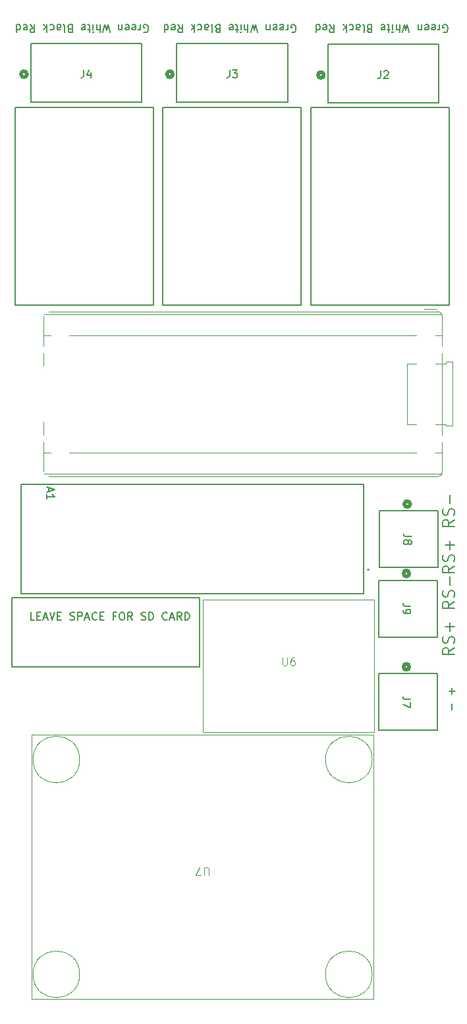
<source format=gbr>
%TF.GenerationSoftware,KiCad,Pcbnew,9.0.7-9.0.7~ubuntu24.04.1*%
%TF.CreationDate,2026-01-14T12:58:48+00:00*%
%TF.ProjectId,LIFT,4c494654-2e6b-4696-9361-645f70636258,rev?*%
%TF.SameCoordinates,Original*%
%TF.FileFunction,Legend,Top*%
%TF.FilePolarity,Positive*%
%FSLAX46Y46*%
G04 Gerber Fmt 4.6, Leading zero omitted, Abs format (unit mm)*
G04 Created by KiCad (PCBNEW 9.0.7-9.0.7~ubuntu24.04.1) date 2026-01-14 12:58:48*
%MOMM*%
%LPD*%
G01*
G04 APERTURE LIST*
%ADD10C,0.150000*%
%ADD11C,0.187500*%
%ADD12C,0.200000*%
%ADD13C,0.100000*%
%ADD14C,0.152400*%
%ADD15C,0.508000*%
%ADD16C,0.127000*%
%ADD17C,0.120000*%
G04 APERTURE END LIST*
D10*
X179889411Y-32582561D02*
X179984649Y-32630180D01*
X179984649Y-32630180D02*
X180127506Y-32630180D01*
X180127506Y-32630180D02*
X180270363Y-32582561D01*
X180270363Y-32582561D02*
X180365601Y-32487323D01*
X180365601Y-32487323D02*
X180413220Y-32392085D01*
X180413220Y-32392085D02*
X180460839Y-32201609D01*
X180460839Y-32201609D02*
X180460839Y-32058752D01*
X180460839Y-32058752D02*
X180413220Y-31868276D01*
X180413220Y-31868276D02*
X180365601Y-31773038D01*
X180365601Y-31773038D02*
X180270363Y-31677800D01*
X180270363Y-31677800D02*
X180127506Y-31630180D01*
X180127506Y-31630180D02*
X180032268Y-31630180D01*
X180032268Y-31630180D02*
X179889411Y-31677800D01*
X179889411Y-31677800D02*
X179841792Y-31725419D01*
X179841792Y-31725419D02*
X179841792Y-32058752D01*
X179841792Y-32058752D02*
X180032268Y-32058752D01*
X179413220Y-31630180D02*
X179413220Y-32296847D01*
X179413220Y-32106371D02*
X179365601Y-32201609D01*
X179365601Y-32201609D02*
X179317982Y-32249228D01*
X179317982Y-32249228D02*
X179222744Y-32296847D01*
X179222744Y-32296847D02*
X179127506Y-32296847D01*
X178413220Y-31677800D02*
X178508458Y-31630180D01*
X178508458Y-31630180D02*
X178698934Y-31630180D01*
X178698934Y-31630180D02*
X178794172Y-31677800D01*
X178794172Y-31677800D02*
X178841791Y-31773038D01*
X178841791Y-31773038D02*
X178841791Y-32153990D01*
X178841791Y-32153990D02*
X178794172Y-32249228D01*
X178794172Y-32249228D02*
X178698934Y-32296847D01*
X178698934Y-32296847D02*
X178508458Y-32296847D01*
X178508458Y-32296847D02*
X178413220Y-32249228D01*
X178413220Y-32249228D02*
X178365601Y-32153990D01*
X178365601Y-32153990D02*
X178365601Y-32058752D01*
X178365601Y-32058752D02*
X178841791Y-31963514D01*
X177556077Y-31677800D02*
X177651315Y-31630180D01*
X177651315Y-31630180D02*
X177841791Y-31630180D01*
X177841791Y-31630180D02*
X177937029Y-31677800D01*
X177937029Y-31677800D02*
X177984648Y-31773038D01*
X177984648Y-31773038D02*
X177984648Y-32153990D01*
X177984648Y-32153990D02*
X177937029Y-32249228D01*
X177937029Y-32249228D02*
X177841791Y-32296847D01*
X177841791Y-32296847D02*
X177651315Y-32296847D01*
X177651315Y-32296847D02*
X177556077Y-32249228D01*
X177556077Y-32249228D02*
X177508458Y-32153990D01*
X177508458Y-32153990D02*
X177508458Y-32058752D01*
X177508458Y-32058752D02*
X177984648Y-31963514D01*
X177079886Y-32296847D02*
X177079886Y-31630180D01*
X177079886Y-32201609D02*
X177032267Y-32249228D01*
X177032267Y-32249228D02*
X176937029Y-32296847D01*
X176937029Y-32296847D02*
X176794172Y-32296847D01*
X176794172Y-32296847D02*
X176698934Y-32249228D01*
X176698934Y-32249228D02*
X176651315Y-32153990D01*
X176651315Y-32153990D02*
X176651315Y-31630180D01*
X175508457Y-32630180D02*
X175270362Y-31630180D01*
X175270362Y-31630180D02*
X175079886Y-32344466D01*
X175079886Y-32344466D02*
X174889410Y-31630180D01*
X174889410Y-31630180D02*
X174651315Y-32630180D01*
X174270362Y-31630180D02*
X174270362Y-32630180D01*
X173841791Y-31630180D02*
X173841791Y-32153990D01*
X173841791Y-32153990D02*
X173889410Y-32249228D01*
X173889410Y-32249228D02*
X173984648Y-32296847D01*
X173984648Y-32296847D02*
X174127505Y-32296847D01*
X174127505Y-32296847D02*
X174222743Y-32249228D01*
X174222743Y-32249228D02*
X174270362Y-32201609D01*
X173365600Y-31630180D02*
X173365600Y-32296847D01*
X173365600Y-32630180D02*
X173413219Y-32582561D01*
X173413219Y-32582561D02*
X173365600Y-32534942D01*
X173365600Y-32534942D02*
X173317981Y-32582561D01*
X173317981Y-32582561D02*
X173365600Y-32630180D01*
X173365600Y-32630180D02*
X173365600Y-32534942D01*
X173032267Y-32296847D02*
X172651315Y-32296847D01*
X172889410Y-32630180D02*
X172889410Y-31773038D01*
X172889410Y-31773038D02*
X172841791Y-31677800D01*
X172841791Y-31677800D02*
X172746553Y-31630180D01*
X172746553Y-31630180D02*
X172651315Y-31630180D01*
X171937029Y-31677800D02*
X172032267Y-31630180D01*
X172032267Y-31630180D02*
X172222743Y-31630180D01*
X172222743Y-31630180D02*
X172317981Y-31677800D01*
X172317981Y-31677800D02*
X172365600Y-31773038D01*
X172365600Y-31773038D02*
X172365600Y-32153990D01*
X172365600Y-32153990D02*
X172317981Y-32249228D01*
X172317981Y-32249228D02*
X172222743Y-32296847D01*
X172222743Y-32296847D02*
X172032267Y-32296847D01*
X172032267Y-32296847D02*
X171937029Y-32249228D01*
X171937029Y-32249228D02*
X171889410Y-32153990D01*
X171889410Y-32153990D02*
X171889410Y-32058752D01*
X171889410Y-32058752D02*
X172365600Y-31963514D01*
X170365600Y-32153990D02*
X170222743Y-32106371D01*
X170222743Y-32106371D02*
X170175124Y-32058752D01*
X170175124Y-32058752D02*
X170127505Y-31963514D01*
X170127505Y-31963514D02*
X170127505Y-31820657D01*
X170127505Y-31820657D02*
X170175124Y-31725419D01*
X170175124Y-31725419D02*
X170222743Y-31677800D01*
X170222743Y-31677800D02*
X170317981Y-31630180D01*
X170317981Y-31630180D02*
X170698933Y-31630180D01*
X170698933Y-31630180D02*
X170698933Y-32630180D01*
X170698933Y-32630180D02*
X170365600Y-32630180D01*
X170365600Y-32630180D02*
X170270362Y-32582561D01*
X170270362Y-32582561D02*
X170222743Y-32534942D01*
X170222743Y-32534942D02*
X170175124Y-32439704D01*
X170175124Y-32439704D02*
X170175124Y-32344466D01*
X170175124Y-32344466D02*
X170222743Y-32249228D01*
X170222743Y-32249228D02*
X170270362Y-32201609D01*
X170270362Y-32201609D02*
X170365600Y-32153990D01*
X170365600Y-32153990D02*
X170698933Y-32153990D01*
X169556076Y-31630180D02*
X169651314Y-31677800D01*
X169651314Y-31677800D02*
X169698933Y-31773038D01*
X169698933Y-31773038D02*
X169698933Y-32630180D01*
X168746552Y-31630180D02*
X168746552Y-32153990D01*
X168746552Y-32153990D02*
X168794171Y-32249228D01*
X168794171Y-32249228D02*
X168889409Y-32296847D01*
X168889409Y-32296847D02*
X169079885Y-32296847D01*
X169079885Y-32296847D02*
X169175123Y-32249228D01*
X168746552Y-31677800D02*
X168841790Y-31630180D01*
X168841790Y-31630180D02*
X169079885Y-31630180D01*
X169079885Y-31630180D02*
X169175123Y-31677800D01*
X169175123Y-31677800D02*
X169222742Y-31773038D01*
X169222742Y-31773038D02*
X169222742Y-31868276D01*
X169222742Y-31868276D02*
X169175123Y-31963514D01*
X169175123Y-31963514D02*
X169079885Y-32011133D01*
X169079885Y-32011133D02*
X168841790Y-32011133D01*
X168841790Y-32011133D02*
X168746552Y-32058752D01*
X167841790Y-31677800D02*
X167937028Y-31630180D01*
X167937028Y-31630180D02*
X168127504Y-31630180D01*
X168127504Y-31630180D02*
X168222742Y-31677800D01*
X168222742Y-31677800D02*
X168270361Y-31725419D01*
X168270361Y-31725419D02*
X168317980Y-31820657D01*
X168317980Y-31820657D02*
X168317980Y-32106371D01*
X168317980Y-32106371D02*
X168270361Y-32201609D01*
X168270361Y-32201609D02*
X168222742Y-32249228D01*
X168222742Y-32249228D02*
X168127504Y-32296847D01*
X168127504Y-32296847D02*
X167937028Y-32296847D01*
X167937028Y-32296847D02*
X167841790Y-32249228D01*
X167413218Y-31630180D02*
X167413218Y-32630180D01*
X167317980Y-32011133D02*
X167032266Y-31630180D01*
X167032266Y-32296847D02*
X167413218Y-31915895D01*
X165270361Y-31630180D02*
X165603694Y-32106371D01*
X165841789Y-31630180D02*
X165841789Y-32630180D01*
X165841789Y-32630180D02*
X165460837Y-32630180D01*
X165460837Y-32630180D02*
X165365599Y-32582561D01*
X165365599Y-32582561D02*
X165317980Y-32534942D01*
X165317980Y-32534942D02*
X165270361Y-32439704D01*
X165270361Y-32439704D02*
X165270361Y-32296847D01*
X165270361Y-32296847D02*
X165317980Y-32201609D01*
X165317980Y-32201609D02*
X165365599Y-32153990D01*
X165365599Y-32153990D02*
X165460837Y-32106371D01*
X165460837Y-32106371D02*
X165841789Y-32106371D01*
X164460837Y-31677800D02*
X164556075Y-31630180D01*
X164556075Y-31630180D02*
X164746551Y-31630180D01*
X164746551Y-31630180D02*
X164841789Y-31677800D01*
X164841789Y-31677800D02*
X164889408Y-31773038D01*
X164889408Y-31773038D02*
X164889408Y-32153990D01*
X164889408Y-32153990D02*
X164841789Y-32249228D01*
X164841789Y-32249228D02*
X164746551Y-32296847D01*
X164746551Y-32296847D02*
X164556075Y-32296847D01*
X164556075Y-32296847D02*
X164460837Y-32249228D01*
X164460837Y-32249228D02*
X164413218Y-32153990D01*
X164413218Y-32153990D02*
X164413218Y-32058752D01*
X164413218Y-32058752D02*
X164889408Y-31963514D01*
X163556075Y-31630180D02*
X163556075Y-32630180D01*
X163556075Y-31677800D02*
X163651313Y-31630180D01*
X163651313Y-31630180D02*
X163841789Y-31630180D01*
X163841789Y-31630180D02*
X163937027Y-31677800D01*
X163937027Y-31677800D02*
X163984646Y-31725419D01*
X163984646Y-31725419D02*
X164032265Y-31820657D01*
X164032265Y-31820657D02*
X164032265Y-32106371D01*
X164032265Y-32106371D02*
X163984646Y-32201609D01*
X163984646Y-32201609D02*
X163937027Y-32249228D01*
X163937027Y-32249228D02*
X163841789Y-32296847D01*
X163841789Y-32296847D02*
X163651313Y-32296847D01*
X163651313Y-32296847D02*
X163556075Y-32249228D01*
D11*
X181306678Y-111662359D02*
X180592392Y-112162359D01*
X181306678Y-112519502D02*
X179806678Y-112519502D01*
X179806678Y-112519502D02*
X179806678Y-111948073D01*
X179806678Y-111948073D02*
X179878107Y-111805216D01*
X179878107Y-111805216D02*
X179949535Y-111733787D01*
X179949535Y-111733787D02*
X180092392Y-111662359D01*
X180092392Y-111662359D02*
X180306678Y-111662359D01*
X180306678Y-111662359D02*
X180449535Y-111733787D01*
X180449535Y-111733787D02*
X180520964Y-111805216D01*
X180520964Y-111805216D02*
X180592392Y-111948073D01*
X180592392Y-111948073D02*
X180592392Y-112519502D01*
X181235250Y-111090930D02*
X181306678Y-110876645D01*
X181306678Y-110876645D02*
X181306678Y-110519502D01*
X181306678Y-110519502D02*
X181235250Y-110376645D01*
X181235250Y-110376645D02*
X181163821Y-110305216D01*
X181163821Y-110305216D02*
X181020964Y-110233787D01*
X181020964Y-110233787D02*
X180878107Y-110233787D01*
X180878107Y-110233787D02*
X180735250Y-110305216D01*
X180735250Y-110305216D02*
X180663821Y-110376645D01*
X180663821Y-110376645D02*
X180592392Y-110519502D01*
X180592392Y-110519502D02*
X180520964Y-110805216D01*
X180520964Y-110805216D02*
X180449535Y-110948073D01*
X180449535Y-110948073D02*
X180378107Y-111019502D01*
X180378107Y-111019502D02*
X180235250Y-111090930D01*
X180235250Y-111090930D02*
X180092392Y-111090930D01*
X180092392Y-111090930D02*
X179949535Y-111019502D01*
X179949535Y-111019502D02*
X179878107Y-110948073D01*
X179878107Y-110948073D02*
X179806678Y-110805216D01*
X179806678Y-110805216D02*
X179806678Y-110448073D01*
X179806678Y-110448073D02*
X179878107Y-110233787D01*
X180735250Y-109590931D02*
X180735250Y-108448074D01*
X181306678Y-109019502D02*
X180163821Y-109019502D01*
X181306678Y-105733788D02*
X180592392Y-106233788D01*
X181306678Y-106590931D02*
X179806678Y-106590931D01*
X179806678Y-106590931D02*
X179806678Y-106019502D01*
X179806678Y-106019502D02*
X179878107Y-105876645D01*
X179878107Y-105876645D02*
X179949535Y-105805216D01*
X179949535Y-105805216D02*
X180092392Y-105733788D01*
X180092392Y-105733788D02*
X180306678Y-105733788D01*
X180306678Y-105733788D02*
X180449535Y-105805216D01*
X180449535Y-105805216D02*
X180520964Y-105876645D01*
X180520964Y-105876645D02*
X180592392Y-106019502D01*
X180592392Y-106019502D02*
X180592392Y-106590931D01*
X181235250Y-105162359D02*
X181306678Y-104948074D01*
X181306678Y-104948074D02*
X181306678Y-104590931D01*
X181306678Y-104590931D02*
X181235250Y-104448074D01*
X181235250Y-104448074D02*
X181163821Y-104376645D01*
X181163821Y-104376645D02*
X181020964Y-104305216D01*
X181020964Y-104305216D02*
X180878107Y-104305216D01*
X180878107Y-104305216D02*
X180735250Y-104376645D01*
X180735250Y-104376645D02*
X180663821Y-104448074D01*
X180663821Y-104448074D02*
X180592392Y-104590931D01*
X180592392Y-104590931D02*
X180520964Y-104876645D01*
X180520964Y-104876645D02*
X180449535Y-105019502D01*
X180449535Y-105019502D02*
X180378107Y-105090931D01*
X180378107Y-105090931D02*
X180235250Y-105162359D01*
X180235250Y-105162359D02*
X180092392Y-105162359D01*
X180092392Y-105162359D02*
X179949535Y-105090931D01*
X179949535Y-105090931D02*
X179878107Y-105019502D01*
X179878107Y-105019502D02*
X179806678Y-104876645D01*
X179806678Y-104876645D02*
X179806678Y-104519502D01*
X179806678Y-104519502D02*
X179878107Y-104305216D01*
X180735250Y-103662360D02*
X180735250Y-102519503D01*
D12*
X181013733Y-116869048D02*
X181013733Y-117630953D01*
X180632780Y-117250000D02*
X181394685Y-117250000D01*
X181013733Y-118869048D02*
X181013733Y-119630953D01*
X127345863Y-108117219D02*
X126869673Y-108117219D01*
X126869673Y-108117219D02*
X126869673Y-107117219D01*
X127679197Y-107593409D02*
X128012530Y-107593409D01*
X128155387Y-108117219D02*
X127679197Y-108117219D01*
X127679197Y-108117219D02*
X127679197Y-107117219D01*
X127679197Y-107117219D02*
X128155387Y-107117219D01*
X128536340Y-107831504D02*
X129012530Y-107831504D01*
X128441102Y-108117219D02*
X128774435Y-107117219D01*
X128774435Y-107117219D02*
X129107768Y-108117219D01*
X129298245Y-107117219D02*
X129631578Y-108117219D01*
X129631578Y-108117219D02*
X129964911Y-107117219D01*
X130298245Y-107593409D02*
X130631578Y-107593409D01*
X130774435Y-108117219D02*
X130298245Y-108117219D01*
X130298245Y-108117219D02*
X130298245Y-107117219D01*
X130298245Y-107117219D02*
X130774435Y-107117219D01*
X131917293Y-108069600D02*
X132060150Y-108117219D01*
X132060150Y-108117219D02*
X132298245Y-108117219D01*
X132298245Y-108117219D02*
X132393483Y-108069600D01*
X132393483Y-108069600D02*
X132441102Y-108021980D01*
X132441102Y-108021980D02*
X132488721Y-107926742D01*
X132488721Y-107926742D02*
X132488721Y-107831504D01*
X132488721Y-107831504D02*
X132441102Y-107736266D01*
X132441102Y-107736266D02*
X132393483Y-107688647D01*
X132393483Y-107688647D02*
X132298245Y-107641028D01*
X132298245Y-107641028D02*
X132107769Y-107593409D01*
X132107769Y-107593409D02*
X132012531Y-107545790D01*
X132012531Y-107545790D02*
X131964912Y-107498171D01*
X131964912Y-107498171D02*
X131917293Y-107402933D01*
X131917293Y-107402933D02*
X131917293Y-107307695D01*
X131917293Y-107307695D02*
X131964912Y-107212457D01*
X131964912Y-107212457D02*
X132012531Y-107164838D01*
X132012531Y-107164838D02*
X132107769Y-107117219D01*
X132107769Y-107117219D02*
X132345864Y-107117219D01*
X132345864Y-107117219D02*
X132488721Y-107164838D01*
X132917293Y-108117219D02*
X132917293Y-107117219D01*
X132917293Y-107117219D02*
X133298245Y-107117219D01*
X133298245Y-107117219D02*
X133393483Y-107164838D01*
X133393483Y-107164838D02*
X133441102Y-107212457D01*
X133441102Y-107212457D02*
X133488721Y-107307695D01*
X133488721Y-107307695D02*
X133488721Y-107450552D01*
X133488721Y-107450552D02*
X133441102Y-107545790D01*
X133441102Y-107545790D02*
X133393483Y-107593409D01*
X133393483Y-107593409D02*
X133298245Y-107641028D01*
X133298245Y-107641028D02*
X132917293Y-107641028D01*
X133869674Y-107831504D02*
X134345864Y-107831504D01*
X133774436Y-108117219D02*
X134107769Y-107117219D01*
X134107769Y-107117219D02*
X134441102Y-108117219D01*
X135345864Y-108021980D02*
X135298245Y-108069600D01*
X135298245Y-108069600D02*
X135155388Y-108117219D01*
X135155388Y-108117219D02*
X135060150Y-108117219D01*
X135060150Y-108117219D02*
X134917293Y-108069600D01*
X134917293Y-108069600D02*
X134822055Y-107974361D01*
X134822055Y-107974361D02*
X134774436Y-107879123D01*
X134774436Y-107879123D02*
X134726817Y-107688647D01*
X134726817Y-107688647D02*
X134726817Y-107545790D01*
X134726817Y-107545790D02*
X134774436Y-107355314D01*
X134774436Y-107355314D02*
X134822055Y-107260076D01*
X134822055Y-107260076D02*
X134917293Y-107164838D01*
X134917293Y-107164838D02*
X135060150Y-107117219D01*
X135060150Y-107117219D02*
X135155388Y-107117219D01*
X135155388Y-107117219D02*
X135298245Y-107164838D01*
X135298245Y-107164838D02*
X135345864Y-107212457D01*
X135774436Y-107593409D02*
X136107769Y-107593409D01*
X136250626Y-108117219D02*
X135774436Y-108117219D01*
X135774436Y-108117219D02*
X135774436Y-107117219D01*
X135774436Y-107117219D02*
X136250626Y-107117219D01*
X137774436Y-107593409D02*
X137441103Y-107593409D01*
X137441103Y-108117219D02*
X137441103Y-107117219D01*
X137441103Y-107117219D02*
X137917293Y-107117219D01*
X138488722Y-107117219D02*
X138679198Y-107117219D01*
X138679198Y-107117219D02*
X138774436Y-107164838D01*
X138774436Y-107164838D02*
X138869674Y-107260076D01*
X138869674Y-107260076D02*
X138917293Y-107450552D01*
X138917293Y-107450552D02*
X138917293Y-107783885D01*
X138917293Y-107783885D02*
X138869674Y-107974361D01*
X138869674Y-107974361D02*
X138774436Y-108069600D01*
X138774436Y-108069600D02*
X138679198Y-108117219D01*
X138679198Y-108117219D02*
X138488722Y-108117219D01*
X138488722Y-108117219D02*
X138393484Y-108069600D01*
X138393484Y-108069600D02*
X138298246Y-107974361D01*
X138298246Y-107974361D02*
X138250627Y-107783885D01*
X138250627Y-107783885D02*
X138250627Y-107450552D01*
X138250627Y-107450552D02*
X138298246Y-107260076D01*
X138298246Y-107260076D02*
X138393484Y-107164838D01*
X138393484Y-107164838D02*
X138488722Y-107117219D01*
X139917293Y-108117219D02*
X139583960Y-107641028D01*
X139345865Y-108117219D02*
X139345865Y-107117219D01*
X139345865Y-107117219D02*
X139726817Y-107117219D01*
X139726817Y-107117219D02*
X139822055Y-107164838D01*
X139822055Y-107164838D02*
X139869674Y-107212457D01*
X139869674Y-107212457D02*
X139917293Y-107307695D01*
X139917293Y-107307695D02*
X139917293Y-107450552D01*
X139917293Y-107450552D02*
X139869674Y-107545790D01*
X139869674Y-107545790D02*
X139822055Y-107593409D01*
X139822055Y-107593409D02*
X139726817Y-107641028D01*
X139726817Y-107641028D02*
X139345865Y-107641028D01*
X141060151Y-108069600D02*
X141203008Y-108117219D01*
X141203008Y-108117219D02*
X141441103Y-108117219D01*
X141441103Y-108117219D02*
X141536341Y-108069600D01*
X141536341Y-108069600D02*
X141583960Y-108021980D01*
X141583960Y-108021980D02*
X141631579Y-107926742D01*
X141631579Y-107926742D02*
X141631579Y-107831504D01*
X141631579Y-107831504D02*
X141583960Y-107736266D01*
X141583960Y-107736266D02*
X141536341Y-107688647D01*
X141536341Y-107688647D02*
X141441103Y-107641028D01*
X141441103Y-107641028D02*
X141250627Y-107593409D01*
X141250627Y-107593409D02*
X141155389Y-107545790D01*
X141155389Y-107545790D02*
X141107770Y-107498171D01*
X141107770Y-107498171D02*
X141060151Y-107402933D01*
X141060151Y-107402933D02*
X141060151Y-107307695D01*
X141060151Y-107307695D02*
X141107770Y-107212457D01*
X141107770Y-107212457D02*
X141155389Y-107164838D01*
X141155389Y-107164838D02*
X141250627Y-107117219D01*
X141250627Y-107117219D02*
X141488722Y-107117219D01*
X141488722Y-107117219D02*
X141631579Y-107164838D01*
X142060151Y-108117219D02*
X142060151Y-107117219D01*
X142060151Y-107117219D02*
X142298246Y-107117219D01*
X142298246Y-107117219D02*
X142441103Y-107164838D01*
X142441103Y-107164838D02*
X142536341Y-107260076D01*
X142536341Y-107260076D02*
X142583960Y-107355314D01*
X142583960Y-107355314D02*
X142631579Y-107545790D01*
X142631579Y-107545790D02*
X142631579Y-107688647D01*
X142631579Y-107688647D02*
X142583960Y-107879123D01*
X142583960Y-107879123D02*
X142536341Y-107974361D01*
X142536341Y-107974361D02*
X142441103Y-108069600D01*
X142441103Y-108069600D02*
X142298246Y-108117219D01*
X142298246Y-108117219D02*
X142060151Y-108117219D01*
X144393484Y-108021980D02*
X144345865Y-108069600D01*
X144345865Y-108069600D02*
X144203008Y-108117219D01*
X144203008Y-108117219D02*
X144107770Y-108117219D01*
X144107770Y-108117219D02*
X143964913Y-108069600D01*
X143964913Y-108069600D02*
X143869675Y-107974361D01*
X143869675Y-107974361D02*
X143822056Y-107879123D01*
X143822056Y-107879123D02*
X143774437Y-107688647D01*
X143774437Y-107688647D02*
X143774437Y-107545790D01*
X143774437Y-107545790D02*
X143822056Y-107355314D01*
X143822056Y-107355314D02*
X143869675Y-107260076D01*
X143869675Y-107260076D02*
X143964913Y-107164838D01*
X143964913Y-107164838D02*
X144107770Y-107117219D01*
X144107770Y-107117219D02*
X144203008Y-107117219D01*
X144203008Y-107117219D02*
X144345865Y-107164838D01*
X144345865Y-107164838D02*
X144393484Y-107212457D01*
X144774437Y-107831504D02*
X145250627Y-107831504D01*
X144679199Y-108117219D02*
X145012532Y-107117219D01*
X145012532Y-107117219D02*
X145345865Y-108117219D01*
X146250627Y-108117219D02*
X145917294Y-107641028D01*
X145679199Y-108117219D02*
X145679199Y-107117219D01*
X145679199Y-107117219D02*
X146060151Y-107117219D01*
X146060151Y-107117219D02*
X146155389Y-107164838D01*
X146155389Y-107164838D02*
X146203008Y-107212457D01*
X146203008Y-107212457D02*
X146250627Y-107307695D01*
X146250627Y-107307695D02*
X146250627Y-107450552D01*
X146250627Y-107450552D02*
X146203008Y-107545790D01*
X146203008Y-107545790D02*
X146155389Y-107593409D01*
X146155389Y-107593409D02*
X146060151Y-107641028D01*
X146060151Y-107641028D02*
X145679199Y-107641028D01*
X146679199Y-108117219D02*
X146679199Y-107117219D01*
X146679199Y-107117219D02*
X146917294Y-107117219D01*
X146917294Y-107117219D02*
X147060151Y-107164838D01*
X147060151Y-107164838D02*
X147155389Y-107260076D01*
X147155389Y-107260076D02*
X147203008Y-107355314D01*
X147203008Y-107355314D02*
X147250627Y-107545790D01*
X147250627Y-107545790D02*
X147250627Y-107688647D01*
X147250627Y-107688647D02*
X147203008Y-107879123D01*
X147203008Y-107879123D02*
X147155389Y-107974361D01*
X147155389Y-107974361D02*
X147060151Y-108069600D01*
X147060151Y-108069600D02*
X146917294Y-108117219D01*
X146917294Y-108117219D02*
X146679199Y-108117219D01*
D10*
X160389411Y-32582561D02*
X160484649Y-32630180D01*
X160484649Y-32630180D02*
X160627506Y-32630180D01*
X160627506Y-32630180D02*
X160770363Y-32582561D01*
X160770363Y-32582561D02*
X160865601Y-32487323D01*
X160865601Y-32487323D02*
X160913220Y-32392085D01*
X160913220Y-32392085D02*
X160960839Y-32201609D01*
X160960839Y-32201609D02*
X160960839Y-32058752D01*
X160960839Y-32058752D02*
X160913220Y-31868276D01*
X160913220Y-31868276D02*
X160865601Y-31773038D01*
X160865601Y-31773038D02*
X160770363Y-31677800D01*
X160770363Y-31677800D02*
X160627506Y-31630180D01*
X160627506Y-31630180D02*
X160532268Y-31630180D01*
X160532268Y-31630180D02*
X160389411Y-31677800D01*
X160389411Y-31677800D02*
X160341792Y-31725419D01*
X160341792Y-31725419D02*
X160341792Y-32058752D01*
X160341792Y-32058752D02*
X160532268Y-32058752D01*
X159913220Y-31630180D02*
X159913220Y-32296847D01*
X159913220Y-32106371D02*
X159865601Y-32201609D01*
X159865601Y-32201609D02*
X159817982Y-32249228D01*
X159817982Y-32249228D02*
X159722744Y-32296847D01*
X159722744Y-32296847D02*
X159627506Y-32296847D01*
X158913220Y-31677800D02*
X159008458Y-31630180D01*
X159008458Y-31630180D02*
X159198934Y-31630180D01*
X159198934Y-31630180D02*
X159294172Y-31677800D01*
X159294172Y-31677800D02*
X159341791Y-31773038D01*
X159341791Y-31773038D02*
X159341791Y-32153990D01*
X159341791Y-32153990D02*
X159294172Y-32249228D01*
X159294172Y-32249228D02*
X159198934Y-32296847D01*
X159198934Y-32296847D02*
X159008458Y-32296847D01*
X159008458Y-32296847D02*
X158913220Y-32249228D01*
X158913220Y-32249228D02*
X158865601Y-32153990D01*
X158865601Y-32153990D02*
X158865601Y-32058752D01*
X158865601Y-32058752D02*
X159341791Y-31963514D01*
X158056077Y-31677800D02*
X158151315Y-31630180D01*
X158151315Y-31630180D02*
X158341791Y-31630180D01*
X158341791Y-31630180D02*
X158437029Y-31677800D01*
X158437029Y-31677800D02*
X158484648Y-31773038D01*
X158484648Y-31773038D02*
X158484648Y-32153990D01*
X158484648Y-32153990D02*
X158437029Y-32249228D01*
X158437029Y-32249228D02*
X158341791Y-32296847D01*
X158341791Y-32296847D02*
X158151315Y-32296847D01*
X158151315Y-32296847D02*
X158056077Y-32249228D01*
X158056077Y-32249228D02*
X158008458Y-32153990D01*
X158008458Y-32153990D02*
X158008458Y-32058752D01*
X158008458Y-32058752D02*
X158484648Y-31963514D01*
X157579886Y-32296847D02*
X157579886Y-31630180D01*
X157579886Y-32201609D02*
X157532267Y-32249228D01*
X157532267Y-32249228D02*
X157437029Y-32296847D01*
X157437029Y-32296847D02*
X157294172Y-32296847D01*
X157294172Y-32296847D02*
X157198934Y-32249228D01*
X157198934Y-32249228D02*
X157151315Y-32153990D01*
X157151315Y-32153990D02*
X157151315Y-31630180D01*
X156008457Y-32630180D02*
X155770362Y-31630180D01*
X155770362Y-31630180D02*
X155579886Y-32344466D01*
X155579886Y-32344466D02*
X155389410Y-31630180D01*
X155389410Y-31630180D02*
X155151315Y-32630180D01*
X154770362Y-31630180D02*
X154770362Y-32630180D01*
X154341791Y-31630180D02*
X154341791Y-32153990D01*
X154341791Y-32153990D02*
X154389410Y-32249228D01*
X154389410Y-32249228D02*
X154484648Y-32296847D01*
X154484648Y-32296847D02*
X154627505Y-32296847D01*
X154627505Y-32296847D02*
X154722743Y-32249228D01*
X154722743Y-32249228D02*
X154770362Y-32201609D01*
X153865600Y-31630180D02*
X153865600Y-32296847D01*
X153865600Y-32630180D02*
X153913219Y-32582561D01*
X153913219Y-32582561D02*
X153865600Y-32534942D01*
X153865600Y-32534942D02*
X153817981Y-32582561D01*
X153817981Y-32582561D02*
X153865600Y-32630180D01*
X153865600Y-32630180D02*
X153865600Y-32534942D01*
X153532267Y-32296847D02*
X153151315Y-32296847D01*
X153389410Y-32630180D02*
X153389410Y-31773038D01*
X153389410Y-31773038D02*
X153341791Y-31677800D01*
X153341791Y-31677800D02*
X153246553Y-31630180D01*
X153246553Y-31630180D02*
X153151315Y-31630180D01*
X152437029Y-31677800D02*
X152532267Y-31630180D01*
X152532267Y-31630180D02*
X152722743Y-31630180D01*
X152722743Y-31630180D02*
X152817981Y-31677800D01*
X152817981Y-31677800D02*
X152865600Y-31773038D01*
X152865600Y-31773038D02*
X152865600Y-32153990D01*
X152865600Y-32153990D02*
X152817981Y-32249228D01*
X152817981Y-32249228D02*
X152722743Y-32296847D01*
X152722743Y-32296847D02*
X152532267Y-32296847D01*
X152532267Y-32296847D02*
X152437029Y-32249228D01*
X152437029Y-32249228D02*
X152389410Y-32153990D01*
X152389410Y-32153990D02*
X152389410Y-32058752D01*
X152389410Y-32058752D02*
X152865600Y-31963514D01*
X150865600Y-32153990D02*
X150722743Y-32106371D01*
X150722743Y-32106371D02*
X150675124Y-32058752D01*
X150675124Y-32058752D02*
X150627505Y-31963514D01*
X150627505Y-31963514D02*
X150627505Y-31820657D01*
X150627505Y-31820657D02*
X150675124Y-31725419D01*
X150675124Y-31725419D02*
X150722743Y-31677800D01*
X150722743Y-31677800D02*
X150817981Y-31630180D01*
X150817981Y-31630180D02*
X151198933Y-31630180D01*
X151198933Y-31630180D02*
X151198933Y-32630180D01*
X151198933Y-32630180D02*
X150865600Y-32630180D01*
X150865600Y-32630180D02*
X150770362Y-32582561D01*
X150770362Y-32582561D02*
X150722743Y-32534942D01*
X150722743Y-32534942D02*
X150675124Y-32439704D01*
X150675124Y-32439704D02*
X150675124Y-32344466D01*
X150675124Y-32344466D02*
X150722743Y-32249228D01*
X150722743Y-32249228D02*
X150770362Y-32201609D01*
X150770362Y-32201609D02*
X150865600Y-32153990D01*
X150865600Y-32153990D02*
X151198933Y-32153990D01*
X150056076Y-31630180D02*
X150151314Y-31677800D01*
X150151314Y-31677800D02*
X150198933Y-31773038D01*
X150198933Y-31773038D02*
X150198933Y-32630180D01*
X149246552Y-31630180D02*
X149246552Y-32153990D01*
X149246552Y-32153990D02*
X149294171Y-32249228D01*
X149294171Y-32249228D02*
X149389409Y-32296847D01*
X149389409Y-32296847D02*
X149579885Y-32296847D01*
X149579885Y-32296847D02*
X149675123Y-32249228D01*
X149246552Y-31677800D02*
X149341790Y-31630180D01*
X149341790Y-31630180D02*
X149579885Y-31630180D01*
X149579885Y-31630180D02*
X149675123Y-31677800D01*
X149675123Y-31677800D02*
X149722742Y-31773038D01*
X149722742Y-31773038D02*
X149722742Y-31868276D01*
X149722742Y-31868276D02*
X149675123Y-31963514D01*
X149675123Y-31963514D02*
X149579885Y-32011133D01*
X149579885Y-32011133D02*
X149341790Y-32011133D01*
X149341790Y-32011133D02*
X149246552Y-32058752D01*
X148341790Y-31677800D02*
X148437028Y-31630180D01*
X148437028Y-31630180D02*
X148627504Y-31630180D01*
X148627504Y-31630180D02*
X148722742Y-31677800D01*
X148722742Y-31677800D02*
X148770361Y-31725419D01*
X148770361Y-31725419D02*
X148817980Y-31820657D01*
X148817980Y-31820657D02*
X148817980Y-32106371D01*
X148817980Y-32106371D02*
X148770361Y-32201609D01*
X148770361Y-32201609D02*
X148722742Y-32249228D01*
X148722742Y-32249228D02*
X148627504Y-32296847D01*
X148627504Y-32296847D02*
X148437028Y-32296847D01*
X148437028Y-32296847D02*
X148341790Y-32249228D01*
X147913218Y-31630180D02*
X147913218Y-32630180D01*
X147817980Y-32011133D02*
X147532266Y-31630180D01*
X147532266Y-32296847D02*
X147913218Y-31915895D01*
X145770361Y-31630180D02*
X146103694Y-32106371D01*
X146341789Y-31630180D02*
X146341789Y-32630180D01*
X146341789Y-32630180D02*
X145960837Y-32630180D01*
X145960837Y-32630180D02*
X145865599Y-32582561D01*
X145865599Y-32582561D02*
X145817980Y-32534942D01*
X145817980Y-32534942D02*
X145770361Y-32439704D01*
X145770361Y-32439704D02*
X145770361Y-32296847D01*
X145770361Y-32296847D02*
X145817980Y-32201609D01*
X145817980Y-32201609D02*
X145865599Y-32153990D01*
X145865599Y-32153990D02*
X145960837Y-32106371D01*
X145960837Y-32106371D02*
X146341789Y-32106371D01*
X144960837Y-31677800D02*
X145056075Y-31630180D01*
X145056075Y-31630180D02*
X145246551Y-31630180D01*
X145246551Y-31630180D02*
X145341789Y-31677800D01*
X145341789Y-31677800D02*
X145389408Y-31773038D01*
X145389408Y-31773038D02*
X145389408Y-32153990D01*
X145389408Y-32153990D02*
X145341789Y-32249228D01*
X145341789Y-32249228D02*
X145246551Y-32296847D01*
X145246551Y-32296847D02*
X145056075Y-32296847D01*
X145056075Y-32296847D02*
X144960837Y-32249228D01*
X144960837Y-32249228D02*
X144913218Y-32153990D01*
X144913218Y-32153990D02*
X144913218Y-32058752D01*
X144913218Y-32058752D02*
X145389408Y-31963514D01*
X144056075Y-31630180D02*
X144056075Y-32630180D01*
X144056075Y-31677800D02*
X144151313Y-31630180D01*
X144151313Y-31630180D02*
X144341789Y-31630180D01*
X144341789Y-31630180D02*
X144437027Y-31677800D01*
X144437027Y-31677800D02*
X144484646Y-31725419D01*
X144484646Y-31725419D02*
X144532265Y-31820657D01*
X144532265Y-31820657D02*
X144532265Y-32106371D01*
X144532265Y-32106371D02*
X144484646Y-32201609D01*
X144484646Y-32201609D02*
X144437027Y-32249228D01*
X144437027Y-32249228D02*
X144341789Y-32296847D01*
X144341789Y-32296847D02*
X144151313Y-32296847D01*
X144151313Y-32296847D02*
X144056075Y-32249228D01*
X141389411Y-32582561D02*
X141484649Y-32630180D01*
X141484649Y-32630180D02*
X141627506Y-32630180D01*
X141627506Y-32630180D02*
X141770363Y-32582561D01*
X141770363Y-32582561D02*
X141865601Y-32487323D01*
X141865601Y-32487323D02*
X141913220Y-32392085D01*
X141913220Y-32392085D02*
X141960839Y-32201609D01*
X141960839Y-32201609D02*
X141960839Y-32058752D01*
X141960839Y-32058752D02*
X141913220Y-31868276D01*
X141913220Y-31868276D02*
X141865601Y-31773038D01*
X141865601Y-31773038D02*
X141770363Y-31677800D01*
X141770363Y-31677800D02*
X141627506Y-31630180D01*
X141627506Y-31630180D02*
X141532268Y-31630180D01*
X141532268Y-31630180D02*
X141389411Y-31677800D01*
X141389411Y-31677800D02*
X141341792Y-31725419D01*
X141341792Y-31725419D02*
X141341792Y-32058752D01*
X141341792Y-32058752D02*
X141532268Y-32058752D01*
X140913220Y-31630180D02*
X140913220Y-32296847D01*
X140913220Y-32106371D02*
X140865601Y-32201609D01*
X140865601Y-32201609D02*
X140817982Y-32249228D01*
X140817982Y-32249228D02*
X140722744Y-32296847D01*
X140722744Y-32296847D02*
X140627506Y-32296847D01*
X139913220Y-31677800D02*
X140008458Y-31630180D01*
X140008458Y-31630180D02*
X140198934Y-31630180D01*
X140198934Y-31630180D02*
X140294172Y-31677800D01*
X140294172Y-31677800D02*
X140341791Y-31773038D01*
X140341791Y-31773038D02*
X140341791Y-32153990D01*
X140341791Y-32153990D02*
X140294172Y-32249228D01*
X140294172Y-32249228D02*
X140198934Y-32296847D01*
X140198934Y-32296847D02*
X140008458Y-32296847D01*
X140008458Y-32296847D02*
X139913220Y-32249228D01*
X139913220Y-32249228D02*
X139865601Y-32153990D01*
X139865601Y-32153990D02*
X139865601Y-32058752D01*
X139865601Y-32058752D02*
X140341791Y-31963514D01*
X139056077Y-31677800D02*
X139151315Y-31630180D01*
X139151315Y-31630180D02*
X139341791Y-31630180D01*
X139341791Y-31630180D02*
X139437029Y-31677800D01*
X139437029Y-31677800D02*
X139484648Y-31773038D01*
X139484648Y-31773038D02*
X139484648Y-32153990D01*
X139484648Y-32153990D02*
X139437029Y-32249228D01*
X139437029Y-32249228D02*
X139341791Y-32296847D01*
X139341791Y-32296847D02*
X139151315Y-32296847D01*
X139151315Y-32296847D02*
X139056077Y-32249228D01*
X139056077Y-32249228D02*
X139008458Y-32153990D01*
X139008458Y-32153990D02*
X139008458Y-32058752D01*
X139008458Y-32058752D02*
X139484648Y-31963514D01*
X138579886Y-32296847D02*
X138579886Y-31630180D01*
X138579886Y-32201609D02*
X138532267Y-32249228D01*
X138532267Y-32249228D02*
X138437029Y-32296847D01*
X138437029Y-32296847D02*
X138294172Y-32296847D01*
X138294172Y-32296847D02*
X138198934Y-32249228D01*
X138198934Y-32249228D02*
X138151315Y-32153990D01*
X138151315Y-32153990D02*
X138151315Y-31630180D01*
X137008457Y-32630180D02*
X136770362Y-31630180D01*
X136770362Y-31630180D02*
X136579886Y-32344466D01*
X136579886Y-32344466D02*
X136389410Y-31630180D01*
X136389410Y-31630180D02*
X136151315Y-32630180D01*
X135770362Y-31630180D02*
X135770362Y-32630180D01*
X135341791Y-31630180D02*
X135341791Y-32153990D01*
X135341791Y-32153990D02*
X135389410Y-32249228D01*
X135389410Y-32249228D02*
X135484648Y-32296847D01*
X135484648Y-32296847D02*
X135627505Y-32296847D01*
X135627505Y-32296847D02*
X135722743Y-32249228D01*
X135722743Y-32249228D02*
X135770362Y-32201609D01*
X134865600Y-31630180D02*
X134865600Y-32296847D01*
X134865600Y-32630180D02*
X134913219Y-32582561D01*
X134913219Y-32582561D02*
X134865600Y-32534942D01*
X134865600Y-32534942D02*
X134817981Y-32582561D01*
X134817981Y-32582561D02*
X134865600Y-32630180D01*
X134865600Y-32630180D02*
X134865600Y-32534942D01*
X134532267Y-32296847D02*
X134151315Y-32296847D01*
X134389410Y-32630180D02*
X134389410Y-31773038D01*
X134389410Y-31773038D02*
X134341791Y-31677800D01*
X134341791Y-31677800D02*
X134246553Y-31630180D01*
X134246553Y-31630180D02*
X134151315Y-31630180D01*
X133437029Y-31677800D02*
X133532267Y-31630180D01*
X133532267Y-31630180D02*
X133722743Y-31630180D01*
X133722743Y-31630180D02*
X133817981Y-31677800D01*
X133817981Y-31677800D02*
X133865600Y-31773038D01*
X133865600Y-31773038D02*
X133865600Y-32153990D01*
X133865600Y-32153990D02*
X133817981Y-32249228D01*
X133817981Y-32249228D02*
X133722743Y-32296847D01*
X133722743Y-32296847D02*
X133532267Y-32296847D01*
X133532267Y-32296847D02*
X133437029Y-32249228D01*
X133437029Y-32249228D02*
X133389410Y-32153990D01*
X133389410Y-32153990D02*
X133389410Y-32058752D01*
X133389410Y-32058752D02*
X133865600Y-31963514D01*
X131865600Y-32153990D02*
X131722743Y-32106371D01*
X131722743Y-32106371D02*
X131675124Y-32058752D01*
X131675124Y-32058752D02*
X131627505Y-31963514D01*
X131627505Y-31963514D02*
X131627505Y-31820657D01*
X131627505Y-31820657D02*
X131675124Y-31725419D01*
X131675124Y-31725419D02*
X131722743Y-31677800D01*
X131722743Y-31677800D02*
X131817981Y-31630180D01*
X131817981Y-31630180D02*
X132198933Y-31630180D01*
X132198933Y-31630180D02*
X132198933Y-32630180D01*
X132198933Y-32630180D02*
X131865600Y-32630180D01*
X131865600Y-32630180D02*
X131770362Y-32582561D01*
X131770362Y-32582561D02*
X131722743Y-32534942D01*
X131722743Y-32534942D02*
X131675124Y-32439704D01*
X131675124Y-32439704D02*
X131675124Y-32344466D01*
X131675124Y-32344466D02*
X131722743Y-32249228D01*
X131722743Y-32249228D02*
X131770362Y-32201609D01*
X131770362Y-32201609D02*
X131865600Y-32153990D01*
X131865600Y-32153990D02*
X132198933Y-32153990D01*
X131056076Y-31630180D02*
X131151314Y-31677800D01*
X131151314Y-31677800D02*
X131198933Y-31773038D01*
X131198933Y-31773038D02*
X131198933Y-32630180D01*
X130246552Y-31630180D02*
X130246552Y-32153990D01*
X130246552Y-32153990D02*
X130294171Y-32249228D01*
X130294171Y-32249228D02*
X130389409Y-32296847D01*
X130389409Y-32296847D02*
X130579885Y-32296847D01*
X130579885Y-32296847D02*
X130675123Y-32249228D01*
X130246552Y-31677800D02*
X130341790Y-31630180D01*
X130341790Y-31630180D02*
X130579885Y-31630180D01*
X130579885Y-31630180D02*
X130675123Y-31677800D01*
X130675123Y-31677800D02*
X130722742Y-31773038D01*
X130722742Y-31773038D02*
X130722742Y-31868276D01*
X130722742Y-31868276D02*
X130675123Y-31963514D01*
X130675123Y-31963514D02*
X130579885Y-32011133D01*
X130579885Y-32011133D02*
X130341790Y-32011133D01*
X130341790Y-32011133D02*
X130246552Y-32058752D01*
X129341790Y-31677800D02*
X129437028Y-31630180D01*
X129437028Y-31630180D02*
X129627504Y-31630180D01*
X129627504Y-31630180D02*
X129722742Y-31677800D01*
X129722742Y-31677800D02*
X129770361Y-31725419D01*
X129770361Y-31725419D02*
X129817980Y-31820657D01*
X129817980Y-31820657D02*
X129817980Y-32106371D01*
X129817980Y-32106371D02*
X129770361Y-32201609D01*
X129770361Y-32201609D02*
X129722742Y-32249228D01*
X129722742Y-32249228D02*
X129627504Y-32296847D01*
X129627504Y-32296847D02*
X129437028Y-32296847D01*
X129437028Y-32296847D02*
X129341790Y-32249228D01*
X128913218Y-31630180D02*
X128913218Y-32630180D01*
X128817980Y-32011133D02*
X128532266Y-31630180D01*
X128532266Y-32296847D02*
X128913218Y-31915895D01*
X126770361Y-31630180D02*
X127103694Y-32106371D01*
X127341789Y-31630180D02*
X127341789Y-32630180D01*
X127341789Y-32630180D02*
X126960837Y-32630180D01*
X126960837Y-32630180D02*
X126865599Y-32582561D01*
X126865599Y-32582561D02*
X126817980Y-32534942D01*
X126817980Y-32534942D02*
X126770361Y-32439704D01*
X126770361Y-32439704D02*
X126770361Y-32296847D01*
X126770361Y-32296847D02*
X126817980Y-32201609D01*
X126817980Y-32201609D02*
X126865599Y-32153990D01*
X126865599Y-32153990D02*
X126960837Y-32106371D01*
X126960837Y-32106371D02*
X127341789Y-32106371D01*
X125960837Y-31677800D02*
X126056075Y-31630180D01*
X126056075Y-31630180D02*
X126246551Y-31630180D01*
X126246551Y-31630180D02*
X126341789Y-31677800D01*
X126341789Y-31677800D02*
X126389408Y-31773038D01*
X126389408Y-31773038D02*
X126389408Y-32153990D01*
X126389408Y-32153990D02*
X126341789Y-32249228D01*
X126341789Y-32249228D02*
X126246551Y-32296847D01*
X126246551Y-32296847D02*
X126056075Y-32296847D01*
X126056075Y-32296847D02*
X125960837Y-32249228D01*
X125960837Y-32249228D02*
X125913218Y-32153990D01*
X125913218Y-32153990D02*
X125913218Y-32058752D01*
X125913218Y-32058752D02*
X126389408Y-31963514D01*
X125056075Y-31630180D02*
X125056075Y-32630180D01*
X125056075Y-31677800D02*
X125151313Y-31630180D01*
X125151313Y-31630180D02*
X125341789Y-31630180D01*
X125341789Y-31630180D02*
X125437027Y-31677800D01*
X125437027Y-31677800D02*
X125484646Y-31725419D01*
X125484646Y-31725419D02*
X125532265Y-31820657D01*
X125532265Y-31820657D02*
X125532265Y-32106371D01*
X125532265Y-32106371D02*
X125484646Y-32201609D01*
X125484646Y-32201609D02*
X125437027Y-32249228D01*
X125437027Y-32249228D02*
X125341789Y-32296847D01*
X125341789Y-32296847D02*
X125151313Y-32296847D01*
X125151313Y-32296847D02*
X125056075Y-32249228D01*
D11*
X181306678Y-101162359D02*
X180592392Y-101662359D01*
X181306678Y-102019502D02*
X179806678Y-102019502D01*
X179806678Y-102019502D02*
X179806678Y-101448073D01*
X179806678Y-101448073D02*
X179878107Y-101305216D01*
X179878107Y-101305216D02*
X179949535Y-101233787D01*
X179949535Y-101233787D02*
X180092392Y-101162359D01*
X180092392Y-101162359D02*
X180306678Y-101162359D01*
X180306678Y-101162359D02*
X180449535Y-101233787D01*
X180449535Y-101233787D02*
X180520964Y-101305216D01*
X180520964Y-101305216D02*
X180592392Y-101448073D01*
X180592392Y-101448073D02*
X180592392Y-102019502D01*
X181235250Y-100590930D02*
X181306678Y-100376645D01*
X181306678Y-100376645D02*
X181306678Y-100019502D01*
X181306678Y-100019502D02*
X181235250Y-99876645D01*
X181235250Y-99876645D02*
X181163821Y-99805216D01*
X181163821Y-99805216D02*
X181020964Y-99733787D01*
X181020964Y-99733787D02*
X180878107Y-99733787D01*
X180878107Y-99733787D02*
X180735250Y-99805216D01*
X180735250Y-99805216D02*
X180663821Y-99876645D01*
X180663821Y-99876645D02*
X180592392Y-100019502D01*
X180592392Y-100019502D02*
X180520964Y-100305216D01*
X180520964Y-100305216D02*
X180449535Y-100448073D01*
X180449535Y-100448073D02*
X180378107Y-100519502D01*
X180378107Y-100519502D02*
X180235250Y-100590930D01*
X180235250Y-100590930D02*
X180092392Y-100590930D01*
X180092392Y-100590930D02*
X179949535Y-100519502D01*
X179949535Y-100519502D02*
X179878107Y-100448073D01*
X179878107Y-100448073D02*
X179806678Y-100305216D01*
X179806678Y-100305216D02*
X179806678Y-99948073D01*
X179806678Y-99948073D02*
X179878107Y-99733787D01*
X180735250Y-99090931D02*
X180735250Y-97948074D01*
X181306678Y-98519502D02*
X180163821Y-98519502D01*
X181306678Y-95233788D02*
X180592392Y-95733788D01*
X181306678Y-96090931D02*
X179806678Y-96090931D01*
X179806678Y-96090931D02*
X179806678Y-95519502D01*
X179806678Y-95519502D02*
X179878107Y-95376645D01*
X179878107Y-95376645D02*
X179949535Y-95305216D01*
X179949535Y-95305216D02*
X180092392Y-95233788D01*
X180092392Y-95233788D02*
X180306678Y-95233788D01*
X180306678Y-95233788D02*
X180449535Y-95305216D01*
X180449535Y-95305216D02*
X180520964Y-95376645D01*
X180520964Y-95376645D02*
X180592392Y-95519502D01*
X180592392Y-95519502D02*
X180592392Y-96090931D01*
X181235250Y-94662359D02*
X181306678Y-94448074D01*
X181306678Y-94448074D02*
X181306678Y-94090931D01*
X181306678Y-94090931D02*
X181235250Y-93948074D01*
X181235250Y-93948074D02*
X181163821Y-93876645D01*
X181163821Y-93876645D02*
X181020964Y-93805216D01*
X181020964Y-93805216D02*
X180878107Y-93805216D01*
X180878107Y-93805216D02*
X180735250Y-93876645D01*
X180735250Y-93876645D02*
X180663821Y-93948074D01*
X180663821Y-93948074D02*
X180592392Y-94090931D01*
X180592392Y-94090931D02*
X180520964Y-94376645D01*
X180520964Y-94376645D02*
X180449535Y-94519502D01*
X180449535Y-94519502D02*
X180378107Y-94590931D01*
X180378107Y-94590931D02*
X180235250Y-94662359D01*
X180235250Y-94662359D02*
X180092392Y-94662359D01*
X180092392Y-94662359D02*
X179949535Y-94590931D01*
X179949535Y-94590931D02*
X179878107Y-94519502D01*
X179878107Y-94519502D02*
X179806678Y-94376645D01*
X179806678Y-94376645D02*
X179806678Y-94019502D01*
X179806678Y-94019502D02*
X179878107Y-93805216D01*
X180735250Y-93162360D02*
X180735250Y-92019503D01*
D10*
X175689680Y-118327066D02*
X174975395Y-118327066D01*
X174975395Y-118327066D02*
X174832538Y-118279447D01*
X174832538Y-118279447D02*
X174737300Y-118184209D01*
X174737300Y-118184209D02*
X174689680Y-118041352D01*
X174689680Y-118041352D02*
X174689680Y-117946114D01*
X175689680Y-118708019D02*
X175689680Y-119374685D01*
X175689680Y-119374685D02*
X174689680Y-118946114D01*
D13*
X149711904Y-140892580D02*
X149711904Y-140083057D01*
X149711904Y-140083057D02*
X149664285Y-139987819D01*
X149664285Y-139987819D02*
X149616666Y-139940200D01*
X149616666Y-139940200D02*
X149521428Y-139892580D01*
X149521428Y-139892580D02*
X149330952Y-139892580D01*
X149330952Y-139892580D02*
X149235714Y-139940200D01*
X149235714Y-139940200D02*
X149188095Y-139987819D01*
X149188095Y-139987819D02*
X149140476Y-140083057D01*
X149140476Y-140083057D02*
X149140476Y-140892580D01*
X148759523Y-140892580D02*
X148092857Y-140892580D01*
X148092857Y-140892580D02*
X148521428Y-139892580D01*
D10*
X152416665Y-37454819D02*
X152416665Y-38169104D01*
X152416665Y-38169104D02*
X152369046Y-38311961D01*
X152369046Y-38311961D02*
X152273808Y-38407200D01*
X152273808Y-38407200D02*
X152130951Y-38454819D01*
X152130951Y-38454819D02*
X152035713Y-38454819D01*
X152797618Y-37454819D02*
X153416665Y-37454819D01*
X153416665Y-37454819D02*
X153083332Y-37835771D01*
X153083332Y-37835771D02*
X153226189Y-37835771D01*
X153226189Y-37835771D02*
X153321427Y-37883390D01*
X153321427Y-37883390D02*
X153369046Y-37931009D01*
X153369046Y-37931009D02*
X153416665Y-38026247D01*
X153416665Y-38026247D02*
X153416665Y-38264342D01*
X153416665Y-38264342D02*
X153369046Y-38359580D01*
X153369046Y-38359580D02*
X153321427Y-38407200D01*
X153321427Y-38407200D02*
X153226189Y-38454819D01*
X153226189Y-38454819D02*
X152940475Y-38454819D01*
X152940475Y-38454819D02*
X152845237Y-38407200D01*
X152845237Y-38407200D02*
X152797618Y-38359580D01*
X175795180Y-97416666D02*
X175080895Y-97416666D01*
X175080895Y-97416666D02*
X174938038Y-97369047D01*
X174938038Y-97369047D02*
X174842800Y-97273809D01*
X174842800Y-97273809D02*
X174795180Y-97130952D01*
X174795180Y-97130952D02*
X174795180Y-97035714D01*
X175366609Y-98035714D02*
X175414228Y-97940476D01*
X175414228Y-97940476D02*
X175461847Y-97892857D01*
X175461847Y-97892857D02*
X175557085Y-97845238D01*
X175557085Y-97845238D02*
X175604704Y-97845238D01*
X175604704Y-97845238D02*
X175699942Y-97892857D01*
X175699942Y-97892857D02*
X175747561Y-97940476D01*
X175747561Y-97940476D02*
X175795180Y-98035714D01*
X175795180Y-98035714D02*
X175795180Y-98226190D01*
X175795180Y-98226190D02*
X175747561Y-98321428D01*
X175747561Y-98321428D02*
X175699942Y-98369047D01*
X175699942Y-98369047D02*
X175604704Y-98416666D01*
X175604704Y-98416666D02*
X175557085Y-98416666D01*
X175557085Y-98416666D02*
X175461847Y-98369047D01*
X175461847Y-98369047D02*
X175414228Y-98321428D01*
X175414228Y-98321428D02*
X175366609Y-98226190D01*
X175366609Y-98226190D02*
X175366609Y-98035714D01*
X175366609Y-98035714D02*
X175318990Y-97940476D01*
X175318990Y-97940476D02*
X175271371Y-97892857D01*
X175271371Y-97892857D02*
X175176133Y-97845238D01*
X175176133Y-97845238D02*
X174985657Y-97845238D01*
X174985657Y-97845238D02*
X174890419Y-97892857D01*
X174890419Y-97892857D02*
X174842800Y-97940476D01*
X174842800Y-97940476D02*
X174795180Y-98035714D01*
X174795180Y-98035714D02*
X174795180Y-98226190D01*
X174795180Y-98226190D02*
X174842800Y-98321428D01*
X174842800Y-98321428D02*
X174890419Y-98369047D01*
X174890419Y-98369047D02*
X174985657Y-98416666D01*
X174985657Y-98416666D02*
X175176133Y-98416666D01*
X175176133Y-98416666D02*
X175271371Y-98369047D01*
X175271371Y-98369047D02*
X175318990Y-98321428D01*
X175318990Y-98321428D02*
X175366609Y-98226190D01*
X175689680Y-106327066D02*
X174975395Y-106327066D01*
X174975395Y-106327066D02*
X174832538Y-106279447D01*
X174832538Y-106279447D02*
X174737300Y-106184209D01*
X174737300Y-106184209D02*
X174689680Y-106041352D01*
X174689680Y-106041352D02*
X174689680Y-105946114D01*
X174689680Y-106850876D02*
X174689680Y-107041352D01*
X174689680Y-107041352D02*
X174737300Y-107136590D01*
X174737300Y-107136590D02*
X174784919Y-107184209D01*
X174784919Y-107184209D02*
X174927776Y-107279447D01*
X174927776Y-107279447D02*
X175118252Y-107327066D01*
X175118252Y-107327066D02*
X175499204Y-107327066D01*
X175499204Y-107327066D02*
X175594442Y-107279447D01*
X175594442Y-107279447D02*
X175642061Y-107231828D01*
X175642061Y-107231828D02*
X175689680Y-107136590D01*
X175689680Y-107136590D02*
X175689680Y-106946114D01*
X175689680Y-106946114D02*
X175642061Y-106850876D01*
X175642061Y-106850876D02*
X175594442Y-106803257D01*
X175594442Y-106803257D02*
X175499204Y-106755638D01*
X175499204Y-106755638D02*
X175261109Y-106755638D01*
X175261109Y-106755638D02*
X175165871Y-106803257D01*
X175165871Y-106803257D02*
X175118252Y-106850876D01*
X175118252Y-106850876D02*
X175070633Y-106946114D01*
X175070633Y-106946114D02*
X175070633Y-107136590D01*
X175070633Y-107136590D02*
X175118252Y-107231828D01*
X175118252Y-107231828D02*
X175165871Y-107279447D01*
X175165871Y-107279447D02*
X175261109Y-107327066D01*
X133666665Y-37454819D02*
X133666665Y-38169104D01*
X133666665Y-38169104D02*
X133619046Y-38311961D01*
X133619046Y-38311961D02*
X133523808Y-38407200D01*
X133523808Y-38407200D02*
X133380951Y-38454819D01*
X133380951Y-38454819D02*
X133285713Y-38454819D01*
X134571427Y-37788152D02*
X134571427Y-38454819D01*
X134333332Y-37407200D02*
X134095237Y-38121485D01*
X134095237Y-38121485D02*
X134714284Y-38121485D01*
X171827066Y-37560319D02*
X171827066Y-38274604D01*
X171827066Y-38274604D02*
X171779447Y-38417461D01*
X171779447Y-38417461D02*
X171684209Y-38512700D01*
X171684209Y-38512700D02*
X171541352Y-38560319D01*
X171541352Y-38560319D02*
X171446114Y-38560319D01*
X172255638Y-37655557D02*
X172303257Y-37607938D01*
X172303257Y-37607938D02*
X172398495Y-37560319D01*
X172398495Y-37560319D02*
X172636590Y-37560319D01*
X172636590Y-37560319D02*
X172731828Y-37607938D01*
X172731828Y-37607938D02*
X172779447Y-37655557D01*
X172779447Y-37655557D02*
X172827066Y-37750795D01*
X172827066Y-37750795D02*
X172827066Y-37846033D01*
X172827066Y-37846033D02*
X172779447Y-37988890D01*
X172779447Y-37988890D02*
X172208019Y-38560319D01*
X172208019Y-38560319D02*
X172827066Y-38560319D01*
X129205895Y-91121660D02*
X129205895Y-91597850D01*
X128920180Y-91026422D02*
X129920180Y-91359755D01*
X129920180Y-91359755D02*
X128920180Y-91693088D01*
X128920180Y-92550231D02*
X128920180Y-91978803D01*
X128920180Y-92264517D02*
X129920180Y-92264517D01*
X129920180Y-92264517D02*
X129777323Y-92169279D01*
X129777323Y-92169279D02*
X129682085Y-92074041D01*
X129682085Y-92074041D02*
X129634466Y-91978803D01*
D13*
X159238095Y-112957419D02*
X159238095Y-113766942D01*
X159238095Y-113766942D02*
X159285714Y-113862180D01*
X159285714Y-113862180D02*
X159333333Y-113909800D01*
X159333333Y-113909800D02*
X159428571Y-113957419D01*
X159428571Y-113957419D02*
X159619047Y-113957419D01*
X159619047Y-113957419D02*
X159714285Y-113909800D01*
X159714285Y-113909800D02*
X159761904Y-113862180D01*
X159761904Y-113862180D02*
X159809523Y-113766942D01*
X159809523Y-113766942D02*
X159809523Y-112957419D01*
X160714285Y-112957419D02*
X160523809Y-112957419D01*
X160523809Y-112957419D02*
X160428571Y-113005038D01*
X160428571Y-113005038D02*
X160380952Y-113052657D01*
X160380952Y-113052657D02*
X160285714Y-113195514D01*
X160285714Y-113195514D02*
X160238095Y-113385990D01*
X160238095Y-113385990D02*
X160238095Y-113766942D01*
X160238095Y-113766942D02*
X160285714Y-113862180D01*
X160285714Y-113862180D02*
X160333333Y-113909800D01*
X160333333Y-113909800D02*
X160428571Y-113957419D01*
X160428571Y-113957419D02*
X160619047Y-113957419D01*
X160619047Y-113957419D02*
X160714285Y-113909800D01*
X160714285Y-113909800D02*
X160761904Y-113862180D01*
X160761904Y-113862180D02*
X160809523Y-113766942D01*
X160809523Y-113766942D02*
X160809523Y-113528847D01*
X160809523Y-113528847D02*
X160761904Y-113433609D01*
X160761904Y-113433609D02*
X160714285Y-113385990D01*
X160714285Y-113385990D02*
X160619047Y-113338371D01*
X160619047Y-113338371D02*
X160428571Y-113338371D01*
X160428571Y-113338371D02*
X160333333Y-113385990D01*
X160333333Y-113385990D02*
X160285714Y-113433609D01*
X160285714Y-113433609D02*
X160238095Y-113528847D01*
%TO.C,U5*%
D12*
X180640000Y-42300000D02*
X162860000Y-42300000D01*
X162860000Y-67700000D01*
X180640000Y-67700000D01*
X180640000Y-42300000D01*
%TO.C,U1*%
X142640000Y-42300000D02*
X124860000Y-42300000D01*
X124860000Y-67700000D01*
X142640000Y-67700000D01*
X142640000Y-42300000D01*
D14*
%TO.C,J7*%
X171567700Y-115028200D02*
X171567700Y-122292600D01*
X171567700Y-122292600D02*
X179111500Y-122292600D01*
X179111500Y-115028200D02*
X171567700Y-115028200D01*
X179111500Y-122292600D02*
X179111500Y-115028200D01*
D15*
X175525500Y-114139200D02*
G75*
G02*
X174763500Y-114139200I-381000J0D01*
G01*
X174763500Y-114139200D02*
G75*
G02*
X175525500Y-114139200I381000J0D01*
G01*
%TO.C,U7*%
D13*
X170950000Y-156850000D02*
X126950000Y-156850000D01*
X126950000Y-122850000D01*
X170950000Y-122850000D01*
X170950000Y-156850000D01*
X133150000Y-126050000D02*
G75*
G02*
X127150000Y-126050000I-3000000J0D01*
G01*
X127150000Y-126050000D02*
G75*
G02*
X133150000Y-126050000I3000000J0D01*
G01*
X133150000Y-153650000D02*
G75*
G02*
X127150000Y-153650000I-3000000J0D01*
G01*
X127150000Y-153650000D02*
G75*
G02*
X133150000Y-153650000I3000000J0D01*
G01*
X170750000Y-126050000D02*
G75*
G02*
X164750000Y-126050000I-3000000J0D01*
G01*
X164750000Y-126050000D02*
G75*
G02*
X170750000Y-126050000I3000000J0D01*
G01*
X170750000Y-153650000D02*
G75*
G02*
X164750000Y-153650000I-3000000J0D01*
G01*
X164750000Y-153650000D02*
G75*
G02*
X170750000Y-153650000I3000000J0D01*
G01*
%TO.C,U2*%
D12*
X124435000Y-105265000D02*
X148565000Y-105265000D01*
X148565000Y-114155000D01*
X124435000Y-114155000D01*
X124435000Y-105265000D01*
D14*
%TO.C,J3*%
X145625299Y-34033000D02*
X145625299Y-41576800D01*
X145625299Y-41576800D02*
X159874699Y-41576800D01*
X159874699Y-34033000D02*
X145625299Y-34033000D01*
X159874699Y-41576800D02*
X159874699Y-34033000D01*
D15*
X145117299Y-38000000D02*
G75*
G02*
X144355299Y-38000000I-381000J0D01*
G01*
X144355299Y-38000000D02*
G75*
G02*
X145117299Y-38000000I381000J0D01*
G01*
D14*
%TO.C,J8*%
X171673200Y-94117800D02*
X171673200Y-101382200D01*
X171673200Y-101382200D02*
X179217000Y-101382200D01*
X179217000Y-94117800D02*
X171673200Y-94117800D01*
X179217000Y-101382200D02*
X179217000Y-94117800D01*
D15*
X175631000Y-93228800D02*
G75*
G02*
X174869000Y-93228800I-381000J0D01*
G01*
X174869000Y-93228800D02*
G75*
G02*
X175631000Y-93228800I381000J0D01*
G01*
%TO.C,U4*%
D12*
X161640000Y-42300000D02*
X143860000Y-42300000D01*
X143860000Y-67700000D01*
X161640000Y-67700000D01*
X161640000Y-42300000D01*
D16*
%TO.C,U3*%
X125610000Y-90725000D02*
X169610000Y-90725000D01*
X125610000Y-104725000D02*
X125610000Y-90725000D01*
X169610000Y-90725000D02*
X169610000Y-104725000D01*
X169610000Y-104725000D02*
X125610000Y-104725000D01*
D12*
X170342000Y-101665000D02*
G75*
G02*
X170142000Y-101665000I-100000J0D01*
G01*
X170142000Y-101665000D02*
G75*
G02*
X170342000Y-101665000I100000J0D01*
G01*
D14*
%TO.C,J9*%
X171567700Y-103028200D02*
X171567700Y-110292600D01*
X171567700Y-110292600D02*
X179111500Y-110292600D01*
X179111500Y-103028200D02*
X171567700Y-103028200D01*
X179111500Y-110292600D02*
X179111500Y-103028200D01*
D15*
X175525500Y-102139200D02*
G75*
G02*
X174763500Y-102139200I-381000J0D01*
G01*
X174763500Y-102139200D02*
G75*
G02*
X175525500Y-102139200I381000J0D01*
G01*
D14*
%TO.C,J4*%
X126875299Y-34033000D02*
X126875299Y-41576800D01*
X126875299Y-41576800D02*
X141124699Y-41576800D01*
X141124699Y-34033000D02*
X126875299Y-34033000D01*
X141124699Y-41576800D02*
X141124699Y-34033000D01*
D15*
X126367299Y-38000000D02*
G75*
G02*
X125605299Y-38000000I-381000J0D01*
G01*
X125605299Y-38000000D02*
G75*
G02*
X126367299Y-38000000I381000J0D01*
G01*
D14*
%TO.C,J2*%
X165035700Y-34138500D02*
X165035700Y-41682300D01*
X165035700Y-41682300D02*
X179285100Y-41682300D01*
X179285100Y-34138500D02*
X165035700Y-34138500D01*
X179285100Y-41682300D02*
X179285100Y-34138500D01*
D15*
X164527700Y-38105500D02*
G75*
G02*
X163765700Y-38105500I-381000J0D01*
G01*
X163765700Y-38105500D02*
G75*
G02*
X164527700Y-38105500I381000J0D01*
G01*
D17*
%TO.C,A1*%
X128530000Y-69085000D02*
X128530000Y-72922939D01*
X128530000Y-75485000D02*
X128530000Y-73847061D01*
X128530000Y-84322939D02*
X128530000Y-82685000D01*
X128530000Y-85247061D02*
X128530000Y-89085000D01*
X128593000Y-89355000D02*
X179687000Y-89355000D01*
X129443520Y-71575000D02*
X128530000Y-71575000D01*
X129443520Y-86595000D02*
X128530000Y-86595000D01*
X175230000Y-82985000D02*
X175230000Y-75185000D01*
X176443520Y-71575000D02*
X131836480Y-71575000D01*
X176443520Y-86595000D02*
X131836480Y-86595000D01*
X176446000Y-75185000D02*
X175230000Y-75185000D01*
X176446000Y-82985000D02*
X175230000Y-82985000D01*
X177470000Y-68155000D02*
X179070000Y-68155000D01*
X179140000Y-68475000D02*
X129140000Y-68475000D01*
X179140000Y-89695000D02*
X129140000Y-89695000D01*
X179687000Y-68815000D02*
X128593000Y-68815000D01*
X179750000Y-69085000D02*
X179750000Y-71575000D01*
X179750000Y-71575000D02*
X178836480Y-71575000D01*
X179750000Y-71575000D02*
X179750000Y-72922940D01*
X179750000Y-73847061D02*
X179750000Y-74850000D01*
X179750000Y-74850000D02*
X179750000Y-83320000D01*
X179750000Y-83320000D02*
X179750000Y-84322939D01*
X179750000Y-85247061D02*
X179750000Y-86595000D01*
X179750000Y-86595000D02*
X178836480Y-86595000D01*
X179750000Y-89085000D02*
X179750000Y-86595000D01*
X180230000Y-74975000D02*
X180230000Y-75185000D01*
X180230000Y-75185000D02*
X178834000Y-75185000D01*
X180230000Y-82985000D02*
X178834000Y-82985000D01*
X180230000Y-83195000D02*
X180230000Y-82985000D01*
X181050000Y-74975000D02*
X180230000Y-74975000D01*
X181050000Y-74975000D02*
X181050000Y-83195000D01*
X181050000Y-83195000D02*
X180230000Y-83195000D01*
X179140000Y-68475000D02*
G75*
G02*
X179750000Y-69085000I0J-610000D01*
G01*
X179750000Y-89085000D02*
G75*
G02*
X179140000Y-89695000I-610000J0D01*
G01*
%TO.C,U6*%
D13*
X149000000Y-105500000D02*
X171000000Y-105500000D01*
X171000000Y-122500000D01*
X149000000Y-122500000D01*
X149000000Y-105500000D01*
%TD*%
M02*

</source>
